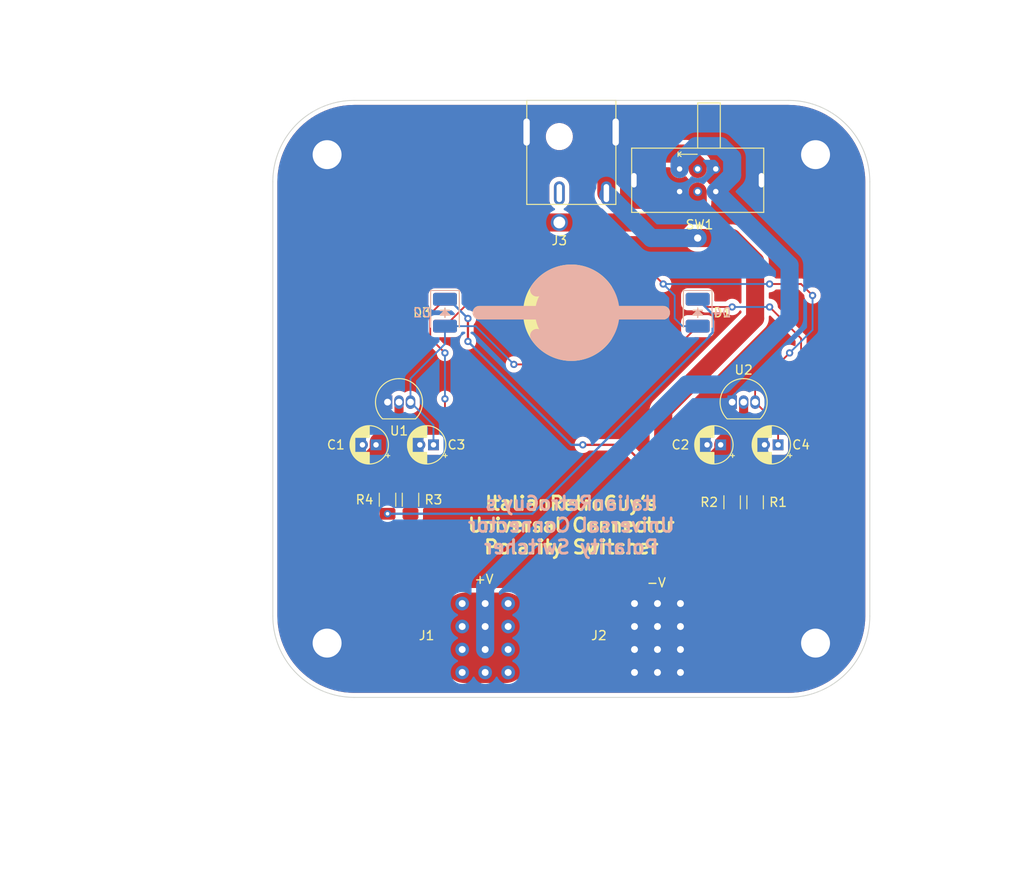
<source format=kicad_pcb>
(kicad_pcb (version 20221018) (generator pcbnew)
  (layers (0 "F.Cu" signal) (31 "B.Cu" signal) (34 "B.Paste" user) (35 "F.Paste" user) (36 "B.SilkS" user "B.Silkscreen") (37 "F.SilkS" user "F.Silkscreen") (38 "B.Mask" user) (39 "F.Mask" user) (44 "Edge.Cuts" user))
  (net 0 "")
  (net 1 "TIP")
  (net 2 "GND")
  (net 3 "SLEEVE")
  (net 4 "Net-(D1-A)")
  (net 5 "Net-(D3-A)")
  (net 6 "Net-(D1-K)")
  (net 7 "Net-(D2-K)")
  (net 8 "Net-(D3-K)")
  (net 9 "Net-(D4-K)")
  (net 10 "VCC")
  (footprint "Resistor_SMD:R_1206_3216Metric_Pad1.30x1.75mm_HandSolder" (layer "F.Cu") (at 134.62 112.75 90)
    (fp_text reference "R3" (at 0 2.54 180) (layer "F.SilkS"))
    (fp_text value "100")
    (pad "1" smd roundrect (at -1.55 0 90) (size 1.3 1.75) (layers "F.Cu" "F.Paste" "F.Mask") (roundrect_rratio 0.1923076923) (net 8 "Net-(D3-K)"))
    (pad "2" smd roundrect (at 1.55 0 90) (size 1.3 1.75) (layers "F.Cu" "F.Paste" "F.Mask") (roundrect_rratio 0.1923076923) (net 2 "GND"))
  )
  (footprint "benchpsu_barreljack_adapter:8x10pad_stitched" (layer "F.Cu") (at 161.925 128.016 180)
    (fp_text reference "J2" (at 6.477 0.254) (layer "F.SilkS"))
    (fp_text value "-")
    (pad "1" thru_hole circle (at -2.54 -3.83 180) (size 1.524 1.524) (drill 0.762) (layers "*.Cu" "*.Mask") (net 2 "GND"))
    (pad "1" thru_hole circle (at -2.54 -1.29 180) (size 1.524 1.524) (drill 0.762) (layers "*.Cu" "*.Mask") (net 2 "GND"))
    (pad "1" thru_hole circle (at -2.54 1.25 180) (size 1.524 1.524) (drill 0.762) (layers "*.Cu" "*.Mask") (net 2 "GND"))
    (pad "1" thru_hole circle (at -2.54 3.79 180) (size 1.524 1.524) (drill 0.762) (layers "*.Cu" "*.Mask") (net 2 "GND"))
    (pad "1" thru_hole circle (at 0 -3.83 180) (size 1.524 1.524) (drill 0.762) (layers "*.Cu" "*.Mask") (net 2 "GND"))
    (pad "1" thru_hole circle (at 0 -1.29 180) (size 1.524 1.524) (drill 0.762) (layers "*.Cu" "*.Mask") (net 2 "GND"))
    (pad "1" smd roundrect (at 0 0 180) (size 9 10) (layers "F.Cu" "F.Paste" "F.Mask") (net 2 "GND"))
    (pad "1" thru_hole circle (at 0 1.25 180) (size 1.524 1.524) (drill 0.762) (layers "*.Cu" "*.Mask") (net 2 "GND"))
    (pad "1" thru_hole circle (at 0 3.79 180) (size 1.524 1.524) (drill 0.762) (layers "*.Cu" "*.Mask") (net 2 "GND"))
    (pad "1" thru_hole circle (at 2.54 -3.83 180) (size 1.524 1.524) (drill 0.762) (layers "*.Cu" "*.Mask") (net 2 "GND"))
    (pad "1" thru_hole circle (at 2.54 -1.29 180) (size 1.524 1.524) (drill 0.762) (layers "*.Cu" "*.Mask") (net 2 "GND"))
    (pad "1" thru_hole circle (at 2.54 1.25 180) (size 1.524 1.524) (drill 0.762) (layers "*.Cu" "*.Mask") (net 2 "GND"))
    (pad "1" thru_hole circle (at 2.54 3.79 180) (size 1.524 1.524) (drill 0.762) (layers "*.Cu" "*.Mask") (net 2 "GND"))
  )
  (footprint "MountingHole:MountingHole_3.2mm_M3_DIN965_Pad_TopBottom" (layer "F.Cu") (at 179.4 128.6)
    (fp_text reference "H1" hide)
    (fp_text value "MountingHole_Pad")
    (pad "1" thru_hole circle (at 0 0) (size 3.6 3.6) (drill 3.2) (layers "*.Cu" "*.Mask") (net 2 "GND"))
    (pad "1" connect circle (at 0 0) (size 5.6 5.6) (layers "F.Cu" "F.Mask") (net 2 "GND"))
    (pad "1" connect circle (at 0 0) (size 5.6 5.6) (layers "B.Cu" "B.Mask") (net 2 "GND"))
  )
  (footprint "Package_TO_SOT_THT:TO-92_Inline" (layer "F.Cu") (at 170.18 101.96)
    (fp_text reference "U2" (at 1.27 -3.56) (layer "F.SilkS"))
    (fp_text value " HT7525-1 (SOT89)")
    (pad "1" thru_hole rect (at 0 0) (size 1.05 1.5) (drill 0.75) (layers "*.Cu" "*.Mask") (net 2 "GND"))
    (pad "2" thru_hole oval (at 1.27 0) (size 1.05 1.5) (drill 0.75) (layers "*.Cu" "*.Mask") (net 3 "SLEEVE"))
    (pad "3" thru_hole oval (at 2.54 0) (size 1.05 1.5) (drill 0.75) (layers "*.Cu" "*.Mask") (net 5 "Net-(D3-A)"))
  )
  (footprint "LED_SMD:LED_1210_3225Metric_Pad1.42x2.65mm_HandSolder" (layer "F.Cu") (at 166.37 92.075 -90)
    (fp_text reference "D1" (at 0 -2.73) (layer "F.SilkS"))
    (fp_text value "LED")
    (pad "1" smd roundrect (at -1.4875 0 270) (size 1.425 2.65) (layers "F.Cu" "F.Paste" "F.Mask") (roundrect_rratio 0.1754392982) (net 6 "Net-(D1-K)"))
    (pad "2" smd roundrect (at 1.4875 0 270) (size 1.425 2.65) (layers "F.Cu" "F.Paste" "F.Mask") (roundrect_rratio 0.1754392982) (net 4 "Net-(D1-A)"))
  )
  (footprint "benchpsu_barreljack_adapter:8x10pad_stitched" (layer "F.Cu") (at 142.875 128.016 180)
    (fp_text reference "J1" (at 6.477 0.254) (layer "F.SilkS"))
    (fp_text value "+")
    (pad "1" thru_hole circle (at -2.54 -3.83 180) (size 1.524 1.524) (drill 0.762) (layers "*.Cu" "*.Mask") (net 10 "VCC"))
    (pad "1" thru_hole circle (at -2.54 -1.29 180) (size 1.524 1.524) (drill 0.762) (layers "*.Cu" "*.Mask") (net 10 "VCC"))
    (pad "1" thru_hole circle (at -2.54 1.25 180) (size 1.524 1.524) (drill 0.762) (layers "*.Cu" "*.Mask") (net 10 "VCC"))
    (pad "1" thru_hole circle (at -2.54 3.79 180) (size 1.524 1.524) (drill 0.762) (layers "*.Cu" "*.Mask") (net 10 "VCC"))
    (pad "1" thru_hole circle (at 0 -3.83 180) (size 1.524 1.524) (drill 0.762) (layers "*.Cu" "*.Mask") (net 10 "VCC"))
    (pad "1" thru_hole circle (at 0 -1.29 180) (size 1.524 1.524) (drill 0.762) (layers "*.Cu" "*.Mask") (net 10 "VCC"))
    (pad "1" smd roundrect (at 0 0 180) (size 9 10) (layers "F.Cu" "F.Paste" "F.Mask") (net 10 "VCC"))
    (pad "1" thru_hole circle (at 0 1.25 180) (size 1.524 1.524) (drill 0.762) (layers "*.Cu" "*.Mask") (net 10 "VCC"))
    (pad "1" thru_hole circle (at 0 3.79 180) (size 1.524 1.524) (drill 0.762) (layers "*.Cu" "*.Mask") (net 10 "VCC"))
    (pad "1" thru_hole circle (at 2.54 -3.83 180) (size 1.524 1.524) (drill 0.762) (layers "*.Cu" "*.Mask") (net 10 "VCC"))
    (pad "1" thru_hole circle (at 2.54 -1.29 180) (size 1.524 1.524) (drill 0.762) (layers "*.Cu" "*.Mask") (net 10 "VCC"))
    (pad "1" thru_hole circle (at 2.54 1.25 180) (size 1.524 1.524) (drill 0.762) (layers "*.Cu" "*.Mask") (net 10 "VCC"))
    (pad "1" thru_hole circle (at 2.54 3.79 180) (size 1.524 1.524) (drill 0.762) (layers "*.Cu" "*.Mask") (net 10 "VCC"))
  )
  (footprint "Capacitor_THT:CP_Radial_D4.0mm_P1.50mm" (layer "F.Cu") (at 168.91 106.68 180)
    (fp_text reference "C2" (at 4.445 0) (layer "F.SilkS"))
    (fp_text value "10uF")
    (pad "1" thru_hole rect (at 0 0 180) (size 1.2 1.2) (drill 0.6) (layers "*.Cu" "*.Mask") (net 3 "SLEEVE"))
    (pad "2" thru_hole circle (at 1.5 0 180) (size 1.2 1.2) (drill 0.6) (layers "*.Cu" "*.Mask") (net 2 "GND"))
  )
  (footprint "MountingHole:MountingHole_3.2mm_M3_DIN965_Pad_TopBottom" (layer "F.Cu") (at 179.4 74.6)
    (fp_text reference "H2" hide)
    (fp_text value "MountingHole_Pad")
    (pad "1" thru_hole circle (at 0 0) (size 3.6 3.6) (drill 3.2) (layers "*.Cu" "*.Mask") (net 2 "GND"))
    (pad "1" connect circle (at 0 0) (size 5.6 5.6) (layers "F.Cu" "F.Mask") (net 2 "GND"))
    (pad "1" connect circle (at 0 0) (size 5.6 5.6) (layers "B.Cu" "B.Mask") (net 2 "GND"))
  )
  (footprint "Resistor_SMD:R_1206_3216Metric_Pad1.30x1.75mm_HandSolder" (layer "F.Cu") (at 132.08 112.75 90)
    (fp_text reference "R4" (at 0 -2.54 180) (layer "F.SilkS"))
    (fp_text value "100")
    (pad "1" smd roundrect (at -1.55 0 90) (size 1.3 1.75) (layers "F.Cu" "F.Paste" "F.Mask") (roundrect_rratio 0.1923076923) (net 9 "Net-(D4-K)"))
    (pad "2" smd roundrect (at 1.55 0 90) (size 1.3 1.75) (layers "F.Cu" "F.Paste" "F.Mask") (roundrect_rratio 0.1923076923) (net 2 "GND"))
  )
  (footprint "Package_TO_SOT_THT:TO-92_Inline" (layer "F.Cu") (at 132.08 101.96)
    (fp_text reference "U1" (at 1.27 3.175) (layer "F.SilkS"))
    (fp_text value " HT7525-1")
    (pad "1" thru_hole rect (at 0 0) (size 1.05 1.5) (drill 0.75) (layers "*.Cu" "*.Mask") (net 2 "GND"))
    (pad "2" thru_hole oval (at 1.27 0) (size 1.05 1.5) (drill 0.75) (layers "*.Cu" "*.Mask") (net 1 "TIP"))
    (pad "3" thru_hole oval (at 2.54 0) (size 1.05 1.5) (drill 0.75) (layers "*.Cu" "*.Mask") (net 4 "Net-(D1-A)"))
  )
  (footprint "LED_SMD:LED_1210_3225Metric_Pad1.42x2.65mm_HandSolder" (layer "F.Cu") (at 138.43 92.075 -90)
    (fp_text reference "D3" (at 0 2.54) (layer "F.SilkS"))
    (fp_text value "LED")
    (pad "1" smd roundrect (at -1.4875 0 270) (size 1.425 2.65) (layers "F.Cu" "F.Paste" "F.Mask") (roundrect_rratio 0.1754392982) (net 8 "Net-(D3-K)"))
    (pad "2" smd roundrect (at 1.4875 0 270) (size 1.425 2.65) (layers "F.Cu" "F.Paste" "F.Mask") (roundrect_rratio 0.1754392982) (net 5 "Net-(D3-A)"))
  )
  (footprint "Resistor_SMD:R_1206_3216Metric_Pad1.30x1.75mm_HandSolder" (layer "F.Cu") (at 170.18 113.03 90)
    (fp_text reference "R2" (at 0 -2.54 180) (layer "F.SilkS"))
    (fp_text value "100")
    (pad "1" smd roundrect (at -1.55 0 90) (size 1.3 1.75) (layers "F.Cu" "F.Paste" "F.Mask") (roundrect_rratio 0.1923076923) (net 7 "Net-(D2-K)"))
    (pad "2" smd roundrect (at 1.55 0 90) (size 1.3 1.75) (layers "F.Cu" "F.Paste" "F.Mask") (roundrect_rratio 0.1923076923) (net 2 "GND"))
  )
  (footprint "benchpsu_barreljack_adapter:SK22D15L5" (layer "F.Cu") (at 166.37 77.43 180)
    (fp_text reference "SW1" (at -0.2032 -4.9102) (layer "F.SilkS"))
    (fp_text value "SK22D15L5")
    (pad "1" thru_hole circle (at -2 -1.25 180) (size 1 1) (drill 0.6) (layers "*.Cu" "*.Mask") (net 10 "VCC"))
    (pad "2" thru_hole circle (at 0 -1.25 180) (size 1 1) (drill 0.6) (layers "*.Cu" "*.Mask") (net 1 "TIP"))
    (pad "3" thru_hole circle (at 2 -1.25 180) (size 1 1) (drill 0.6) (layers "*.Cu" "*.Mask") (net 2 "GND"))
    (pad "4" thru_hole circle (at -2 1.25 180) (size 1 1) (drill 0.6) (layers "*.Cu" "*.Mask") (net 2 "GND"))
    (pad "5" thru_hole circle (at 0 1.25 180) (size 1 1) (drill 0.6) (layers "*.Cu" "*.Mask") (net 3 "SLEEVE"))
    (pad "6" thru_hole circle (at 2 1.25 180) (size 1 1) (drill 0.6) (layers "*.Cu" "*.Mask") (net 10 "VCC"))
    (pad "MP" thru_hole oval (at -7.05 0 180) (size 1 2.5) (drill oval 0.6 1.6) (layers "*.Cu" "*.Mask") (net 2 "GND"))
    (pad "MP" thru_hole oval (at 7.05 0 180) (size 1 2.5) (drill oval 0.6 1.6) (layers "*.Cu" "*.Mask") (net 2 "GND"))
  )
  (footprint "MountingHole:MountingHole_3.2mm_M3_DIN965_Pad_TopBottom" (layer "F.Cu") (at 125.4 74.6)
    (fp_text reference "H3" hide)
    (fp_text value "MountingHole_Pad")
    (pad "1" thru_hole circle (at 0 0) (size 3.6 3.6) (drill 3.2) (layers "*.Cu" "*.Mask") (net 2 "GND"))
    (pad "1" connect circle (at 0 0) (size 5.6 5.6) (layers "F.Cu" "F.Mask") (net 2 "GND"))
    (pad "1" connect circle (at 0 0) (size 5.6 5.6) (layers "B.Cu" "B.Mask") (net 2 "GND"))
  )
  (footprint "Capacitor_THT:CP_Radial_D4.0mm_P1.50mm" (layer "F.Cu") (at 130.81 106.68 180)
    (fp_text reference "C1" (at 4.445 0) (layer "F.SilkS"))
    (fp_text value "10uF")
    (pad "1" thru_hole rect (at 0 0 180) (size 1.2 1.2) (drill 0.6) (layers "*.Cu" "*.Mask") (net 1 "TIP"))
    (pad "2" thru_hole circle (at 1.5 0 180) (size 1.2 1.2) (drill 0.6) (layers "*.Cu" "*.Mask") (net 2 "GND"))
  )
  (footprint "Capacitor_THT:CP_Radial_D4.0mm_P1.50mm" (layer "F.Cu") (at 137.16 106.68 180)
    (fp_text reference "C3" (at -2.54 0) (layer "F.SilkS"))
    (fp_text value "10uF")
    (pad "1" thru_hole rect (at 0 0 180) (size 1.2 1.2) (drill 0.6) (layers "*.Cu" "*.Mask") (net 4 "Net-(D1-A)"))
    (pad "2" thru_hole circle (at 1.5 0 180) (size 1.2 1.2) (drill 0.6) (layers "*.Cu" "*.Mask") (net 2 "GND"))
  )
  (footprint "MountingHole:MountingHole_3.2mm_M3_DIN965_Pad_TopBottom" (layer "F.Cu") (at 125.4 128.6)
    (fp_text reference "H4" hide)
    (fp_text value "MountingHole_Pad")
    (pad "1" thru_hole circle (at 0 0) (size 3.6 3.6) (drill 3.2) (layers "*.Cu" "*.Mask") (net 2 "GND"))
    (pad "1" connect circle (at 0 0) (size 5.6 5.6) (layers "F.Cu" "F.Mask") (net 2 "GND"))
    (pad "1" connect circle (at 0 0) (size 5.6 5.6) (layers "B.Cu" "B.Mask") (net 2 "GND"))
  )
  (footprint "Resistor_SMD:R_1206_3216Metric_Pad1.30x1.75mm_HandSolder" (layer "F.Cu") (at 172.72 113.03 90)
    (fp_text reference "R1" (at 0 2.54 180) (layer "F.SilkS"))
    (fp_text value "100")
    (pad "1" smd roundrect (at -1.55 0 90) (size 1.3 1.75) (layers "F.Cu" "F.Paste" "F.Mask") (roundrect_rratio 0.1923076923) (net 6 "Net-(D1-K)"))
    (pad "2" smd roundrect (at 1.55 0 90) (size 1.3 1.75) (layers "F.Cu" "F.Paste" "F.Mask") (roundrect_rratio 0.1923076923) (net 2 "GND"))
  )
  (footprint "benchpsu_barreljack_adapter:DC-044K-D020" (layer "F.Cu") (at 152.4 74.35)
    (fp_text reference "J3" (at -1.325 9.75 unlocked) (layer "F.SilkS"))
    (fp_text value " DC-044K-D020")
    (pad "" np_thru_hole circle (at -1.325 -1.75) (size 2.5 2.5) (drill 2.5) (layers "F&B.Cu" "*.Mask"))
    (pad "2" thru_hole oval (at 3.875 4.5) (size 1.2 2.6) (drill oval 0.6 2) (layers "*.Cu" "*.Mask") (net 3 "SLEEVE"))
    (pad "3" thru_hole oval (at -1.325 4.5) (size 1.2 2.6) (drill oval 0.6 2) (layers "*.Cu" "*.Mask"))
    (pad "4" thru_hole circle (at -1.325 7.75) (size 1.9 1.9) (drill 1.3) (layers "*.Cu" "*.Mask") (net 1 "TIP"))
    (pad "MP" thru_hole oval (at -4.945 -2.25) (size 1.3 3.6) (drill oval 0.7 3) (layers "*.Cu" "*.Mask") (net 2 "GND"))
    (pad "MP" thru_hole oval (at 4.905 -2.25) (size 1.3 3.6) (drill oval 0.7 3) (layers "*.Cu" "*.Mask") (net 2 "GND"))
  )
  (footprint "Capacitor_THT:CP_Radial_D4.0mm_P1.50mm" (layer "F.Cu") (at 175.26 106.68 180)
    (fp_text reference "C4" (at -2.54 0) (layer "F.SilkS"))
    (fp_text value "10uF")
    (pad "1" thru_hole rect (at 0 0 180) (size 1.2 1.2) (drill 0.6) (layers "*.Cu" "*.Mask") (net 5 "Net-(D3-A)"))
    (pad "2" thru_hole circle (at 1.5 0 180) (size 1.2 1.2) (drill 0.6) (layers "*.Cu" "*.Mask") (net 2 "GND"))
  )
  (footprint "LED_SMD:LED_1210_3225Metric_Pad1.42x2.65mm_HandSolder" (layer "B.Cu") (at 138.43 92.075 -90)
    (fp_text reference "D2" (at 0 2.54) (layer "B.SilkS") (effects (justify mirror)))
    (fp_text value "LED")
    (pad "1" smd roundrect (at -1.4875 0 270) (size 1.425 2.65) (layers "B.Cu" "B.Paste" "B.Mask") (roundrect_rratio 0.1754392982) (net 7 "Net-(D2-K)"))
    (pad "2" smd roundrect (at 1.4875 0 270) (size 1.425 2.65) (layers "B.Cu" "B.Paste" "B.Mask") (roundrect_rratio 0.1754392982) (net 4 "Net-(D1-A)"))
  )
  (footprint "LED_SMD:LED_1210_3225Metric_Pad1.42x2.65mm_HandSolder" (layer "B.Cu") (at 166.37 92.075 -90)
    (fp_text reference "D4" (at 0 -2.73) (layer "B.SilkS") (effects (justify mirror)))
    (fp_text value "LED")
    (pad "1" smd roundrect (at -1.4875 0 270) (size 1.425 2.65) (layers "B.Cu" "B.Paste" "B.Mask") (roundrect_rratio 0.1754392982) (net 9 "Net-(D4-K)"))
    (pad "2" smd roundrect (at 1.4875 0 270) (size 1.425 2.65) (layers "B.Cu" "B.Paste" "B.Mask") (roundrect_rratio 0.1754392982) (net 5 "Net-(D3-A)"))
  )
  (gr_line (start 138.43 91.567) (end 138.43 92.583) (stroke (width 0.15)) (layer "B.SilkS"))
  (gr_circle (center 152.399525 92.075) (end 152.399524 92.075) (stroke (width 4)) (fill none) (layer "B.SilkS"))
  (gr_poly (pts (xy 137.922 92.329) (xy 138.938 92.329) (xy 138.43 91.821)) (stroke (width 0.15)) (fill solid) (layer "B.SilkS"))
  (gr_poly (pts (xy 165.862 92.329) (xy 166.878 92.329) (xy 166.37 91.821)) (stroke (width 0.15)) (fill solid) (layer "B.SilkS"))
  (gr_line (start 166.878 91.821) (end 165.862 91.821) (stroke (width 0.15)) (layer "B.SilkS"))
  (gr_arc (start 148.590957 89.535) (mid 156.977386 92.075) (end 148.590957 94.615) (stroke (width 1.5)) (layer "B.SilkS"))
  (gr_line (start 142.239525 92.075) (end 152.399525 92.075) (stroke (width 1.5)) (layer "B.SilkS"))
  (gr_line (start 166.37 91.567) (end 166.37 92.583) (stroke (width 0.15)) (layer "B.SilkS"))
  (gr_line (start 162.56 92.075) (end 156.977386 92.075) (stroke (width 1.5)) (layer "B.SilkS"))
  (gr_line (start 138.938 91.821) (end 137.922 91.821) (stroke (width 0.15)) (layer "B.SilkS"))
  (gr_circle (center 152.4 92.075) (end 152.400001 92.075) (stroke (width 4)) (fill none) (layer "F.SilkS"))
  (gr_poly (pts (xy 138.938 92.329) (xy 137.922 92.329) (xy 138.43 91.821)) (stroke (width 0.15)) (fill solid) (layer "F.SilkS"))
  (gr_arc (start 156.208568 94.615) (mid 147.822139 92.075) (end 156.208568 89.535) (stroke (width 1.5)) (layer "F.SilkS"))
  (gr_poly (pts (xy 166.878 92.329) (xy 165.862 92.329) (xy 166.37 91.821)) (stroke (width 0.15)) (fill solid) (layer "F.SilkS"))
  (gr_line (start 166.37 92.583) (end 166.37 91.567) (stroke (width 0.15)) (layer "F.SilkS"))
  (gr_line (start 147.822139 92.075) (end 142.239525 92.075) (stroke (width 1.5)) (layer "F.SilkS"))
  (gr_line (start 138.43 92.583) (end 138.43 91.567) (stroke (width 0.15)) (layer "F.SilkS"))
  (gr_line (start 166.878 91.821) (end 165.862 91.821) (stroke (width 0.15)) (layer "F.SilkS"))
  (gr_line (start 138.938 91.821) (end 137.922 91.821) (stroke (width 0.15)) (layer "F.SilkS"))
  (gr_line (start 152.4 92.075) (end 162.56 92.075) (stroke (width 1.5)) (layer "F.SilkS"))
  (gr_arc (start 119.4 77.6) (mid 122.036039 71.236039) (end 128.4 68.6) (stroke (width 0.1)) (layer "Edge.Cuts"))
  (gr_line (start 176.4 68.6) (end 128.4 68.6) (stroke (width 0.1)) (layer "Edge.Cuts"))
  (gr_arc (start 128.4 134.6) (mid 122.036039 131.963961) (end 119.4 125.6) (stroke (width 0.1)) (layer "Edge.Cuts"))
  (gr_arc (start 185.4 125.6) (mid 182.763961 131.963961) (end 176.4 134.6) (stroke (width 0.1)) (layer "Edge.Cuts"))
  (gr_line (start 176.4 134.6) (end 128.4 134.6) (stroke (width 0.1)) (layer "Edge.Cuts"))
  (gr_line (start 119.4 77.6) (end 119.4 125.6) (stroke (width 0.1)) (layer "Edge.Cuts"))
  (gr_line (start 185.4 125.6) (end 185.4 77.6) (stroke (width 0.1)) (layer "Edge.Cuts"))
  (gr_arc (start 176.4 68.6) (mid 182.763961 71.236039) (end 185.4 77.6) (stroke (width 0.1)) (layer "Edge.Cuts"))
  (gr_text "ItalianRetroGuy's\nUniversal Connector\nPolarity Switcher\n" (at 152.4 115.57) (layer "B.SilkS") (effects (font (size 1.5 1.5) (thickness 0.3)) (justify mirror)))
  (gr_text "-V" (at 161.798 121.92) (layer "F.SilkS") (effects (font (size 1 1))))
  (gr_text "+V" (at 142.748 121.539) (layer "F.SilkS") (effects (font (size 1 1))))
  (gr_text "ItalianRetroGuy's\nUniversal Connector\nPolarity Switcher\n" (at 152.4 115.57) (layer "F.SilkS") (effects (font (size 1.5 1.5) (thickness 0.3))))
  (segment (start 166.37 79.883) (end 164.153 82.1) (width 2) (layer "F.Cu") (net 1))
  (segment (start 166.37 78.68) (end 166.37 79.883) (width 2) (layer "F.Cu") (net 1))
  (segment (start 164.153 82.1) (end 151.279 82.1) (width 2) (layer "F.Cu") (net 1))
  (segment (start 128.546 108.48) (end 130.055585 108.48) (width 2) (layer "F.Cu") (net 1))
  (segment (start 133.35 104.14) (end 133.35 101.96) (width 1) (layer "F.Cu") (net 1))
  (segment (start 130.055585 108.48) (end 131.11 107.425585) (width 2) (layer "F.Cu") (net 1))
  (segment (start 151.279 82.1) (end 140.15 82.1) (width 2) (layer "F.Cu") (net 1))
  (segment (start 127.51 102.855) (end 127.51 107.444) (width 2) (layer "F.Cu") (net 1))
  (segment (start 131.11 107.425585) (end 131.11 106.68) (width 2) (layer "F.Cu") (net 1))
  (segment (start 127.51 107.444) (end 128.546 108.48) (width 2) (layer "F.Cu") (net 1))
  (segment (start 133.35 104.14) (end 131.11 106.38) (width 2) (layer "F.Cu") (net 1))
  (segment (start 134.62 87.63) (end 134.62 95.758) (width 2) (layer "F.Cu") (net 1))
  (segment (start 140.15 82.1) (end 134.62 87.63) (width 2) (layer "F.Cu") (net 1))
  (segment (start 134.62 95.758) (end 127.523 102.855) (width 2) (layer "F.Cu") (net 1))
  (segment (start 127.523 102.855) (end 127.51 102.855) (width 2) (layer "F.Cu") (net 1))
  (segment (start 169.21 106.634) (end 169.21 107.425585) (width 2) (layer "F.Cu") (net 3))
  (segment (start 171.45 103.886) (end 171.45 104.394) (width 2) (layer "F.Cu") (net 3))
  (segment (start 156.275 78.85) (end 156.275 77.108918) (width 2) (layer "F.Cu") (net 3))
  (segment (start 158.903918 74.48) (end 165.074164 74.48) (width 2) (layer "F.Cu") (net 3))
  (segment (start 171.45 104.394) (end 169.21 106.634) (width 2) (layer "F.Cu") (net 3))
  (segment (start 169.21 107.425585) (end 168.155585 108.48) (width 2) (layer "F.Cu") (net 3))
  (segment (start 162.56 102.87) (end 172.72 92.71) (width 2) (layer "F.Cu") (net 3))
  (segment (start 170.18 83.82) (end 166.37 83.82) (width 2) (layer "F.Cu") (net 3))
  (segment (start 165.074164 74.48) (end 166.37 75.775836) (width 2) (layer "F.Cu") (net 3))
  (segment (start 156.275 77.108918) (end 158.903918 74.48) (width 2) (layer "F.Cu") (net 3))
  (segment (start 168.155585 108.48) (end 164.36 108.48) (width 2) (layer "F.Cu") (net 3))
  (segment (start 172.72 86.36) (end 170.18 83.82) (width 2) (layer "F.Cu") (net 3))
  (segment (start 166.37 75.775836) (end 166.37 76.18) (width 2) (layer "F.Cu") (net 3))
  (segment (start 171.45 103.886) (end 171.45 101.96) (width 1) (layer "F.Cu") (net 3))
  (segment (start 162.56 106.68) (end 162.56 102.87) (width 2) (layer "F.Cu") (net 3))
  (segment (start 164.36 108.48) (end 162.56 106.68) (width 2) (layer "F.Cu") (net 3))
  (segment (start 172.72 92.71) (end 172.72 86.36) (width 2) (layer "F.Cu") (net 3))
  (via (at 166.37 83.82) (size 1.2) (drill 0.8) (layers "F.Cu" "B.Cu") (net 3))
  (segment (start 166.37 83.82) (end 161.228 83.82) (width 2) (layer "B.Cu") (net 3))
  (segment (start 161.228 83.82) (end 156.479 79.071) (width 2) (layer "B.Cu") (net 3))
  (segment (start 162.1425 97.79) (end 166.37 93.5625) (width 0.2) (layer "F.Cu") (net 4))
  (segment (start 146.05 97.79) (end 162.1425 97.79) (width 0.2) (layer "F.Cu") (net 4))
  (via (at 146.05 97.79) (size 0.8) (drill 0.4) (layers "F.Cu" "B.Cu") (net 4))
  (segment (start 137.16 104.5) (end 134.62 101.96) (width 0.2) (layer "B.Cu") (net 4))
  (segment (start 138.43 95.53005) (end 138.43 93.5625) (width 0.2) (layer "B.Cu") (net 4))
  (segment (start 138.43 93.5625) (end 141.8225 93.5625) (width 0.2) (layer "B.Cu") (net 4))
  (segment (start 141.8225 93.5625) (end 146.05 97.79) (width 0.2) (layer "B.Cu") (net 4))
  (segment (start 137.16 106.68) (end 137.16 104.5) (width 0.2) (layer "B.Cu") (net 4))
  (segment (start 134.62 99.34005) (end 138.43 95.53005) (width 0.2) (layer "B.Cu") (net 4))
  (segment (start 134.62 101.96) (end 134.62 99.34005) (width 0.2) (layer "B.Cu") (net 4))
  (segment (start 175.26 106.68) (end 175.26 104.5) (width 0.2) (layer "F.Cu") (net 5))
  (segment (start 160.02 86.36) (end 162.56 88.9) (width 0.2) (layer "F.Cu") (net 5))
  (segment (start 177.8 88.9) (end 174.3195 88.9) (width 0.2) (layer "F.Cu") (net 5))
  (segment (start 172.72 101.96) (end 172.72 100.33) (width 0.2) (layer "F.Cu") (net 5))
  (segment (start 138.43 93.5625) (end 145.6325 86.36) (width 0.2) (layer "F.Cu") (net 5))
  (segment (start 147.32 86.36) (end 160.02 86.36) (width 0.2) (layer "F.Cu") (net 5))
  (segment (start 145.6325 86.36) (end 147.32 86.36) (width 0.2) (layer "F.Cu") (net 5))
  (segment (start 175.26 104.5) (end 172.72 101.96) (width 0.2) (layer "F.Cu") (net 5))
  (segment (start 179.07 90.17) (end 177.8 88.9) (width 0.2) (layer "F.Cu") (net 5))
  (segment (start 172.72 100.33) (end 176.53 96.52) (width 0.2) (layer "F.Cu") (net 5))
  (via (at 179.07 90.17) (size 0.8) (drill 0.4) (layers "F.Cu" "B.Cu") (net 5))
  (via (at 176.53 96.52) (size 0.8) (drill 0.4) (layers "F.Cu" "B.Cu") (net 5))
  (via (at 162.56 88.9) (size 0.8) (drill 0.4) (layers "F.Cu" "B.Cu") (net 5))
  (via (at 174.3195 88.9) (size 0.8) (drill 0.4) (layers "F.Cu" "B.Cu") (net 5))
  (segment (start 163.83 90.17) (end 163.83 92.71) (width 0.2) (layer "B.Cu") (net 5))
  (segment (start 174.3195 88.9) (end 162.56 88.9) (width 0.2) (layer "B.Cu") (net 5))
  (segment (start 176.53 96.52) (end 179.07 93.98) (width 0.2) (layer "B.Cu") (net 5))
  (segment (start 162.56 88.9) (end 163.83 90.17) (width 0.2) (layer "B.Cu") (net 5))
  (segment (start 163.83 92.71) (end 164.6825 93.5625) (width 0.2) (layer "B.Cu") (net 5))
  (segment (start 179.07 93.98) (end 179.07 90.17) (width 0.2) (layer "B.Cu") (net 5))
  (segment (start 164.6825 93.5625) (end 166.37 93.5625) (width 0.2) (layer "B.Cu") (net 5))
  (segment (start 170.18 91.44) (end 167.2225 91.44) (width 0.2) (layer "F.Cu") (net 6))
  (segment (start 177.8 99.06) (end 177.8 94.9205) (width 0.2) (layer "F.Cu") (net 6))
  (segment (start 172.72 114.58) (end 177.8 109.5) (width 0.2) (layer "F.Cu") (net 6))
  (segment (start 167.2225 91.44) (end 166.37 90.5875) (width 0.2) (layer "F.Cu") (net 6))
  (segment (start 177.8 109.5) (end 177.8 99.06) (width 0.2) (layer "F.Cu") (net 6))
  (segment (start 177.8 94.9205) (end 174.3195 91.44) (width 0.2) (layer "F.Cu") (net 6))
  (via (at 170.18 91.44) (size 0.8) (drill 0.4) (layers "F.Cu" "B.Cu") (net 6))
  (via (at 174.3195 91.44) (size 0.8) (drill 0.4) (layers "F.Cu" "B.Cu") (net 6))
  (segment (start 174.3195 91.44) (end 170.18 91.44) (width 0.2) (layer "B.Cu") (net 6))
  (segment (start 166.142 114.58) (end 170.18 114.58) (width 0.25) (layer "F.Cu") (net 7))
  (segment (start 140.97 92.71) (end 140.97 95.25) (width 0.25) (layer "F.Cu") (net 7))
  (segment (start 153.67 106.68) (end 158.242 106.68) (width 0.25) (layer "F.Cu") (net 7))
  (segment (start 158.242 106.68) (end 166.142 114.58) (width 0.25) (layer "F.Cu") (net 7))
  (via (at 153.67 106.68) (size 0.8) (drill 0.4) (layers "F.Cu" "B.Cu") (net 7))
  (via (at 140.97 92.71) (size 0.8) (drill 0.4) (layers "F.Cu" "B.Cu") (net 7))
  (via (at 140.97 95.25) (size 0.8) (drill 0.4) (layers "F.Cu" "B.Cu") (net 7))
  (segment (start 140.97 95.25) (end 152.4 106.68) (width 0.25) (layer "B.Cu") (net 7))
  (segment (start 152.4 106.68) (end 153.67 106.68) (width 0.25) (layer "B.Cu") (net 7))
  (segment (start 138.8475 90.5875) (end 140.97 92.71) (width 0.25) (layer "B.Cu") (net 7))
  (segment (start 138.43 90.5875) (end 138.8475 90.5875) (width 0.25) (layer "B.Cu") (net 7))
  (segment (start 134.62 114.3) (end 138.43 110.49) (width 0.2) (layer "F.Cu") (net 8))
  (segment (start 136.805 92.2125) (end 138.43 90.5875) (width 0.2) (layer "F.Cu") (net 8))
  (segment (start 136.805 94.895) (end 136.805 92.2125) (width 0.2) (layer "F.Cu") (net 8))
  (segment (start 138.43 110.49) (end 138.43 101.6) (width 0.2) (layer "F.Cu") (net 8))
  (segment (start 138.43 96.52) (end 136.805 94.895) (width 0.2) (layer "F.Cu") (net 8))
  (via (at 138.43 101.6) (size 0.8) (drill 0.4) (layers "F.Cu" "B.Cu") (net 8))
  (via (at 138.43 96.52) (size 0.8) (drill 0.4) (layers "F.Cu" "B.Cu") (net 8))
  (segment (start 138.43 101.6) (end 138.43 96.52) (width 0.2) (layer "B.Cu") (net 8))
  (via (at 132.08 114.3) (size 0.8) (drill 0.4) (layers "F.Cu" "B.Cu") (net 9))
  (segment (start 168.02 94.263172) (end 167.683172 94.6) (width 0.25) (layer "B.Cu") (net 9))
  (segment (start 168.02 92.2375) (end 168.02 94.263172) (width 0.25) (layer "B.Cu") (net 9))
  (segment (start 148.082 114.3) (end 132.08 114.3) (width 0.25) (layer "B.Cu") (net 9))
  (segment (start 167.683172 94.698828) (end 148.082 114.3) (width 0.25) (layer "B.Cu") (net 9))
  (segment (start 167.683172 94.6) (end 167.683172 94.698828) (width 0.25) (layer "B.Cu") (net 9))
  (segment (start 166.37 90.5875) (end 168.02 92.2375) (width 0.25) (layer "B.Cu") (net 9))
  (segment (start 170.18 76.87) (end 168.37 78.68) (width 2) (layer "B.Cu") (net 10))
  (segment (start 164.37 75.472894) (end 166.182894 73.66) (width 2) (layer "B.Cu") (net 10))
  (segment (start 166.182894 73.66) (end 168.91 73.66) (width 2) (layer "B.Cu") (net 10))
  (segment (start 170.18 74.93) (end 170.18 76.87) (width 2) (layer "B.Cu") (net 10))
  (segment (start 164.37 76.18) (end 164.37 75.472894) (width 2) (layer "B.Cu") (net 10))
  (segment (start 142.875 122.301) (end 142.875 129.306) (width 2) (layer "B.Cu") (net 10))
  (segment (start 165.166 100.01) (end 142.875 122.301) (width 2) (layer "B.Cu") (net 10))
  (segment (start 168.37 78.68) (end 176.53 86.84) (width 2) (layer "B.Cu") (net 10))
  (segment (start 168.91 73.66) (end 170.18 74.93) (width 2) (layer "B.Cu") (net 10))
  (segment (start 176.53 86.84) (end 176.53 92.71) (width 2) (layer "B.Cu") (net 10))
  (segment (start 176.53 92.71) (end 169.23 100.01) (width 2) (layer "B.Cu") (net 10))
  (segment (start 169.23 100.01) (end 165.166 100.01) (width 2) (layer "B.Cu") (net 10))
  (zone (net 2) (net_name "GND") (layers "F&B.Cu") (connect_pads yes (clearance 0.508)) (min_thickness 0.254) (fill yes (thermal_gap 0.508) (thermal_bridge_width 0.508))
    (polygon (pts (xy 190.5 71.12) (xy 190.5 152.4) (xy 114.3 152.4) (xy 113.03 64.77) (xy 180.34 63.5)))
  )
)
</source>
